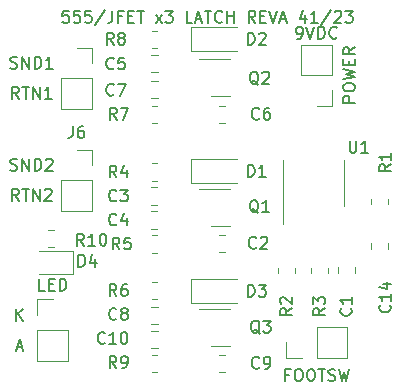
<source format=gbr>
%TF.GenerationSoftware,KiCad,Pcbnew,7.0.8-7.0.8~ubuntu22.04.1*%
%TF.CreationDate,2023-10-15T23:00:33+01:00*%
%TF.ProjectId,jfet-555-bypass,6a666574-2d35-4353-952d-627970617373,rev?*%
%TF.SameCoordinates,Original*%
%TF.FileFunction,Legend,Top*%
%TF.FilePolarity,Positive*%
%FSLAX46Y46*%
G04 Gerber Fmt 4.6, Leading zero omitted, Abs format (unit mm)*
G04 Created by KiCad (PCBNEW 7.0.8-7.0.8~ubuntu22.04.1) date 2023-10-15 23:00:33*
%MOMM*%
%LPD*%
G01*
G04 APERTURE LIST*
%ADD10C,0.200000*%
%ADD11C,0.150000*%
%ADD12C,0.120000*%
G04 APERTURE END LIST*
D10*
X131401863Y-23759219D02*
X130925673Y-23759219D01*
X130925673Y-23759219D02*
X130878054Y-24235409D01*
X130878054Y-24235409D02*
X130925673Y-24187790D01*
X130925673Y-24187790D02*
X131020911Y-24140171D01*
X131020911Y-24140171D02*
X131259006Y-24140171D01*
X131259006Y-24140171D02*
X131354244Y-24187790D01*
X131354244Y-24187790D02*
X131401863Y-24235409D01*
X131401863Y-24235409D02*
X131449482Y-24330647D01*
X131449482Y-24330647D02*
X131449482Y-24568742D01*
X131449482Y-24568742D02*
X131401863Y-24663980D01*
X131401863Y-24663980D02*
X131354244Y-24711600D01*
X131354244Y-24711600D02*
X131259006Y-24759219D01*
X131259006Y-24759219D02*
X131020911Y-24759219D01*
X131020911Y-24759219D02*
X130925673Y-24711600D01*
X130925673Y-24711600D02*
X130878054Y-24663980D01*
X132354244Y-23759219D02*
X131878054Y-23759219D01*
X131878054Y-23759219D02*
X131830435Y-24235409D01*
X131830435Y-24235409D02*
X131878054Y-24187790D01*
X131878054Y-24187790D02*
X131973292Y-24140171D01*
X131973292Y-24140171D02*
X132211387Y-24140171D01*
X132211387Y-24140171D02*
X132306625Y-24187790D01*
X132306625Y-24187790D02*
X132354244Y-24235409D01*
X132354244Y-24235409D02*
X132401863Y-24330647D01*
X132401863Y-24330647D02*
X132401863Y-24568742D01*
X132401863Y-24568742D02*
X132354244Y-24663980D01*
X132354244Y-24663980D02*
X132306625Y-24711600D01*
X132306625Y-24711600D02*
X132211387Y-24759219D01*
X132211387Y-24759219D02*
X131973292Y-24759219D01*
X131973292Y-24759219D02*
X131878054Y-24711600D01*
X131878054Y-24711600D02*
X131830435Y-24663980D01*
X133306625Y-23759219D02*
X132830435Y-23759219D01*
X132830435Y-23759219D02*
X132782816Y-24235409D01*
X132782816Y-24235409D02*
X132830435Y-24187790D01*
X132830435Y-24187790D02*
X132925673Y-24140171D01*
X132925673Y-24140171D02*
X133163768Y-24140171D01*
X133163768Y-24140171D02*
X133259006Y-24187790D01*
X133259006Y-24187790D02*
X133306625Y-24235409D01*
X133306625Y-24235409D02*
X133354244Y-24330647D01*
X133354244Y-24330647D02*
X133354244Y-24568742D01*
X133354244Y-24568742D02*
X133306625Y-24663980D01*
X133306625Y-24663980D02*
X133259006Y-24711600D01*
X133259006Y-24711600D02*
X133163768Y-24759219D01*
X133163768Y-24759219D02*
X132925673Y-24759219D01*
X132925673Y-24759219D02*
X132830435Y-24711600D01*
X132830435Y-24711600D02*
X132782816Y-24663980D01*
X134497101Y-23711600D02*
X133639959Y-24997314D01*
X135116149Y-23759219D02*
X135116149Y-24473504D01*
X135116149Y-24473504D02*
X135068530Y-24616361D01*
X135068530Y-24616361D02*
X134973292Y-24711600D01*
X134973292Y-24711600D02*
X134830435Y-24759219D01*
X134830435Y-24759219D02*
X134735197Y-24759219D01*
X135925673Y-24235409D02*
X135592340Y-24235409D01*
X135592340Y-24759219D02*
X135592340Y-23759219D01*
X135592340Y-23759219D02*
X136068530Y-23759219D01*
X136449483Y-24235409D02*
X136782816Y-24235409D01*
X136925673Y-24759219D02*
X136449483Y-24759219D01*
X136449483Y-24759219D02*
X136449483Y-23759219D01*
X136449483Y-23759219D02*
X136925673Y-23759219D01*
X137211388Y-23759219D02*
X137782816Y-23759219D01*
X137497102Y-24759219D02*
X137497102Y-23759219D01*
X138782817Y-24759219D02*
X139306626Y-24092552D01*
X138782817Y-24092552D02*
X139306626Y-24759219D01*
X139592341Y-23759219D02*
X140211388Y-23759219D01*
X140211388Y-23759219D02*
X139878055Y-24140171D01*
X139878055Y-24140171D02*
X140020912Y-24140171D01*
X140020912Y-24140171D02*
X140116150Y-24187790D01*
X140116150Y-24187790D02*
X140163769Y-24235409D01*
X140163769Y-24235409D02*
X140211388Y-24330647D01*
X140211388Y-24330647D02*
X140211388Y-24568742D01*
X140211388Y-24568742D02*
X140163769Y-24663980D01*
X140163769Y-24663980D02*
X140116150Y-24711600D01*
X140116150Y-24711600D02*
X140020912Y-24759219D01*
X140020912Y-24759219D02*
X139735198Y-24759219D01*
X139735198Y-24759219D02*
X139639960Y-24711600D01*
X139639960Y-24711600D02*
X139592341Y-24663980D01*
X141878055Y-24759219D02*
X141401865Y-24759219D01*
X141401865Y-24759219D02*
X141401865Y-23759219D01*
X142163770Y-24473504D02*
X142639960Y-24473504D01*
X142068532Y-24759219D02*
X142401865Y-23759219D01*
X142401865Y-23759219D02*
X142735198Y-24759219D01*
X142925675Y-23759219D02*
X143497103Y-23759219D01*
X143211389Y-24759219D02*
X143211389Y-23759219D01*
X144401865Y-24663980D02*
X144354246Y-24711600D01*
X144354246Y-24711600D02*
X144211389Y-24759219D01*
X144211389Y-24759219D02*
X144116151Y-24759219D01*
X144116151Y-24759219D02*
X143973294Y-24711600D01*
X143973294Y-24711600D02*
X143878056Y-24616361D01*
X143878056Y-24616361D02*
X143830437Y-24521123D01*
X143830437Y-24521123D02*
X143782818Y-24330647D01*
X143782818Y-24330647D02*
X143782818Y-24187790D01*
X143782818Y-24187790D02*
X143830437Y-23997314D01*
X143830437Y-23997314D02*
X143878056Y-23902076D01*
X143878056Y-23902076D02*
X143973294Y-23806838D01*
X143973294Y-23806838D02*
X144116151Y-23759219D01*
X144116151Y-23759219D02*
X144211389Y-23759219D01*
X144211389Y-23759219D02*
X144354246Y-23806838D01*
X144354246Y-23806838D02*
X144401865Y-23854457D01*
X144830437Y-24759219D02*
X144830437Y-23759219D01*
X144830437Y-24235409D02*
X145401865Y-24235409D01*
X145401865Y-24759219D02*
X145401865Y-23759219D01*
X147211389Y-24759219D02*
X146878056Y-24283028D01*
X146639961Y-24759219D02*
X146639961Y-23759219D01*
X146639961Y-23759219D02*
X147020913Y-23759219D01*
X147020913Y-23759219D02*
X147116151Y-23806838D01*
X147116151Y-23806838D02*
X147163770Y-23854457D01*
X147163770Y-23854457D02*
X147211389Y-23949695D01*
X147211389Y-23949695D02*
X147211389Y-24092552D01*
X147211389Y-24092552D02*
X147163770Y-24187790D01*
X147163770Y-24187790D02*
X147116151Y-24235409D01*
X147116151Y-24235409D02*
X147020913Y-24283028D01*
X147020913Y-24283028D02*
X146639961Y-24283028D01*
X147639961Y-24235409D02*
X147973294Y-24235409D01*
X148116151Y-24759219D02*
X147639961Y-24759219D01*
X147639961Y-24759219D02*
X147639961Y-23759219D01*
X147639961Y-23759219D02*
X148116151Y-23759219D01*
X148401866Y-23759219D02*
X148735199Y-24759219D01*
X148735199Y-24759219D02*
X149068532Y-23759219D01*
X149354247Y-24473504D02*
X149830437Y-24473504D01*
X149259009Y-24759219D02*
X149592342Y-23759219D01*
X149592342Y-23759219D02*
X149925675Y-24759219D01*
X151449485Y-24092552D02*
X151449485Y-24759219D01*
X151211390Y-23711600D02*
X150973295Y-24425885D01*
X150973295Y-24425885D02*
X151592342Y-24425885D01*
X152497104Y-24759219D02*
X151925676Y-24759219D01*
X152211390Y-24759219D02*
X152211390Y-23759219D01*
X152211390Y-23759219D02*
X152116152Y-23902076D01*
X152116152Y-23902076D02*
X152020914Y-23997314D01*
X152020914Y-23997314D02*
X151925676Y-24044933D01*
X153639961Y-23711600D02*
X152782819Y-24997314D01*
X153925676Y-23854457D02*
X153973295Y-23806838D01*
X153973295Y-23806838D02*
X154068533Y-23759219D01*
X154068533Y-23759219D02*
X154306628Y-23759219D01*
X154306628Y-23759219D02*
X154401866Y-23806838D01*
X154401866Y-23806838D02*
X154449485Y-23854457D01*
X154449485Y-23854457D02*
X154497104Y-23949695D01*
X154497104Y-23949695D02*
X154497104Y-24044933D01*
X154497104Y-24044933D02*
X154449485Y-24187790D01*
X154449485Y-24187790D02*
X153878057Y-24759219D01*
X153878057Y-24759219D02*
X154497104Y-24759219D01*
X154830438Y-23759219D02*
X155449485Y-23759219D01*
X155449485Y-23759219D02*
X155116152Y-24140171D01*
X155116152Y-24140171D02*
X155259009Y-24140171D01*
X155259009Y-24140171D02*
X155354247Y-24187790D01*
X155354247Y-24187790D02*
X155401866Y-24235409D01*
X155401866Y-24235409D02*
X155449485Y-24330647D01*
X155449485Y-24330647D02*
X155449485Y-24568742D01*
X155449485Y-24568742D02*
X155401866Y-24663980D01*
X155401866Y-24663980D02*
X155354247Y-24711600D01*
X155354247Y-24711600D02*
X155259009Y-24759219D01*
X155259009Y-24759219D02*
X154973295Y-24759219D01*
X154973295Y-24759219D02*
X154878057Y-24711600D01*
X154878057Y-24711600D02*
X154830438Y-24663980D01*
D11*
X131746666Y-33514819D02*
X131746666Y-34229104D01*
X131746666Y-34229104D02*
X131699047Y-34371961D01*
X131699047Y-34371961D02*
X131603809Y-34467200D01*
X131603809Y-34467200D02*
X131460952Y-34514819D01*
X131460952Y-34514819D02*
X131365714Y-34514819D01*
X132651428Y-33514819D02*
X132460952Y-33514819D01*
X132460952Y-33514819D02*
X132365714Y-33562438D01*
X132365714Y-33562438D02*
X132318095Y-33610057D01*
X132318095Y-33610057D02*
X132222857Y-33752914D01*
X132222857Y-33752914D02*
X132175238Y-33943390D01*
X132175238Y-33943390D02*
X132175238Y-34324342D01*
X132175238Y-34324342D02*
X132222857Y-34419580D01*
X132222857Y-34419580D02*
X132270476Y-34467200D01*
X132270476Y-34467200D02*
X132365714Y-34514819D01*
X132365714Y-34514819D02*
X132556190Y-34514819D01*
X132556190Y-34514819D02*
X132651428Y-34467200D01*
X132651428Y-34467200D02*
X132699047Y-34419580D01*
X132699047Y-34419580D02*
X132746666Y-34324342D01*
X132746666Y-34324342D02*
X132746666Y-34086247D01*
X132746666Y-34086247D02*
X132699047Y-33991009D01*
X132699047Y-33991009D02*
X132651428Y-33943390D01*
X132651428Y-33943390D02*
X132556190Y-33895771D01*
X132556190Y-33895771D02*
X132365714Y-33895771D01*
X132365714Y-33895771D02*
X132270476Y-33943390D01*
X132270476Y-33943390D02*
X132222857Y-33991009D01*
X132222857Y-33991009D02*
X132175238Y-34086247D01*
X126484286Y-37237200D02*
X126627143Y-37284819D01*
X126627143Y-37284819D02*
X126865238Y-37284819D01*
X126865238Y-37284819D02*
X126960476Y-37237200D01*
X126960476Y-37237200D02*
X127008095Y-37189580D01*
X127008095Y-37189580D02*
X127055714Y-37094342D01*
X127055714Y-37094342D02*
X127055714Y-36999104D01*
X127055714Y-36999104D02*
X127008095Y-36903866D01*
X127008095Y-36903866D02*
X126960476Y-36856247D01*
X126960476Y-36856247D02*
X126865238Y-36808628D01*
X126865238Y-36808628D02*
X126674762Y-36761009D01*
X126674762Y-36761009D02*
X126579524Y-36713390D01*
X126579524Y-36713390D02*
X126531905Y-36665771D01*
X126531905Y-36665771D02*
X126484286Y-36570533D01*
X126484286Y-36570533D02*
X126484286Y-36475295D01*
X126484286Y-36475295D02*
X126531905Y-36380057D01*
X126531905Y-36380057D02*
X126579524Y-36332438D01*
X126579524Y-36332438D02*
X126674762Y-36284819D01*
X126674762Y-36284819D02*
X126912857Y-36284819D01*
X126912857Y-36284819D02*
X127055714Y-36332438D01*
X127484286Y-37284819D02*
X127484286Y-36284819D01*
X127484286Y-36284819D02*
X128055714Y-37284819D01*
X128055714Y-37284819D02*
X128055714Y-36284819D01*
X128531905Y-37284819D02*
X128531905Y-36284819D01*
X128531905Y-36284819D02*
X128770000Y-36284819D01*
X128770000Y-36284819D02*
X128912857Y-36332438D01*
X128912857Y-36332438D02*
X129008095Y-36427676D01*
X129008095Y-36427676D02*
X129055714Y-36522914D01*
X129055714Y-36522914D02*
X129103333Y-36713390D01*
X129103333Y-36713390D02*
X129103333Y-36856247D01*
X129103333Y-36856247D02*
X129055714Y-37046723D01*
X129055714Y-37046723D02*
X129008095Y-37141961D01*
X129008095Y-37141961D02*
X128912857Y-37237200D01*
X128912857Y-37237200D02*
X128770000Y-37284819D01*
X128770000Y-37284819D02*
X128531905Y-37284819D01*
X129484286Y-36380057D02*
X129531905Y-36332438D01*
X129531905Y-36332438D02*
X129627143Y-36284819D01*
X129627143Y-36284819D02*
X129865238Y-36284819D01*
X129865238Y-36284819D02*
X129960476Y-36332438D01*
X129960476Y-36332438D02*
X130008095Y-36380057D01*
X130008095Y-36380057D02*
X130055714Y-36475295D01*
X130055714Y-36475295D02*
X130055714Y-36570533D01*
X130055714Y-36570533D02*
X130008095Y-36713390D01*
X130008095Y-36713390D02*
X129436667Y-37284819D01*
X129436667Y-37284819D02*
X130055714Y-37284819D01*
X127198571Y-39824819D02*
X126865238Y-39348628D01*
X126627143Y-39824819D02*
X126627143Y-38824819D01*
X126627143Y-38824819D02*
X127008095Y-38824819D01*
X127008095Y-38824819D02*
X127103333Y-38872438D01*
X127103333Y-38872438D02*
X127150952Y-38920057D01*
X127150952Y-38920057D02*
X127198571Y-39015295D01*
X127198571Y-39015295D02*
X127198571Y-39158152D01*
X127198571Y-39158152D02*
X127150952Y-39253390D01*
X127150952Y-39253390D02*
X127103333Y-39301009D01*
X127103333Y-39301009D02*
X127008095Y-39348628D01*
X127008095Y-39348628D02*
X126627143Y-39348628D01*
X127484286Y-38824819D02*
X128055714Y-38824819D01*
X127770000Y-39824819D02*
X127770000Y-38824819D01*
X128389048Y-39824819D02*
X128389048Y-38824819D01*
X128389048Y-38824819D02*
X128960476Y-39824819D01*
X128960476Y-39824819D02*
X128960476Y-38824819D01*
X129389048Y-38920057D02*
X129436667Y-38872438D01*
X129436667Y-38872438D02*
X129531905Y-38824819D01*
X129531905Y-38824819D02*
X129770000Y-38824819D01*
X129770000Y-38824819D02*
X129865238Y-38872438D01*
X129865238Y-38872438D02*
X129912857Y-38920057D01*
X129912857Y-38920057D02*
X129960476Y-39015295D01*
X129960476Y-39015295D02*
X129960476Y-39110533D01*
X129960476Y-39110533D02*
X129912857Y-39253390D01*
X129912857Y-39253390D02*
X129341429Y-39824819D01*
X129341429Y-39824819D02*
X129960476Y-39824819D01*
X126484286Y-28601200D02*
X126627143Y-28648819D01*
X126627143Y-28648819D02*
X126865238Y-28648819D01*
X126865238Y-28648819D02*
X126960476Y-28601200D01*
X126960476Y-28601200D02*
X127008095Y-28553580D01*
X127008095Y-28553580D02*
X127055714Y-28458342D01*
X127055714Y-28458342D02*
X127055714Y-28363104D01*
X127055714Y-28363104D02*
X127008095Y-28267866D01*
X127008095Y-28267866D02*
X126960476Y-28220247D01*
X126960476Y-28220247D02*
X126865238Y-28172628D01*
X126865238Y-28172628D02*
X126674762Y-28125009D01*
X126674762Y-28125009D02*
X126579524Y-28077390D01*
X126579524Y-28077390D02*
X126531905Y-28029771D01*
X126531905Y-28029771D02*
X126484286Y-27934533D01*
X126484286Y-27934533D02*
X126484286Y-27839295D01*
X126484286Y-27839295D02*
X126531905Y-27744057D01*
X126531905Y-27744057D02*
X126579524Y-27696438D01*
X126579524Y-27696438D02*
X126674762Y-27648819D01*
X126674762Y-27648819D02*
X126912857Y-27648819D01*
X126912857Y-27648819D02*
X127055714Y-27696438D01*
X127484286Y-28648819D02*
X127484286Y-27648819D01*
X127484286Y-27648819D02*
X128055714Y-28648819D01*
X128055714Y-28648819D02*
X128055714Y-27648819D01*
X128531905Y-28648819D02*
X128531905Y-27648819D01*
X128531905Y-27648819D02*
X128770000Y-27648819D01*
X128770000Y-27648819D02*
X128912857Y-27696438D01*
X128912857Y-27696438D02*
X129008095Y-27791676D01*
X129008095Y-27791676D02*
X129055714Y-27886914D01*
X129055714Y-27886914D02*
X129103333Y-28077390D01*
X129103333Y-28077390D02*
X129103333Y-28220247D01*
X129103333Y-28220247D02*
X129055714Y-28410723D01*
X129055714Y-28410723D02*
X129008095Y-28505961D01*
X129008095Y-28505961D02*
X128912857Y-28601200D01*
X128912857Y-28601200D02*
X128770000Y-28648819D01*
X128770000Y-28648819D02*
X128531905Y-28648819D01*
X130055714Y-28648819D02*
X129484286Y-28648819D01*
X129770000Y-28648819D02*
X129770000Y-27648819D01*
X129770000Y-27648819D02*
X129674762Y-27791676D01*
X129674762Y-27791676D02*
X129579524Y-27886914D01*
X129579524Y-27886914D02*
X129484286Y-27934533D01*
X127198571Y-31188819D02*
X126865238Y-30712628D01*
X126627143Y-31188819D02*
X126627143Y-30188819D01*
X126627143Y-30188819D02*
X127008095Y-30188819D01*
X127008095Y-30188819D02*
X127103333Y-30236438D01*
X127103333Y-30236438D02*
X127150952Y-30284057D01*
X127150952Y-30284057D02*
X127198571Y-30379295D01*
X127198571Y-30379295D02*
X127198571Y-30522152D01*
X127198571Y-30522152D02*
X127150952Y-30617390D01*
X127150952Y-30617390D02*
X127103333Y-30665009D01*
X127103333Y-30665009D02*
X127008095Y-30712628D01*
X127008095Y-30712628D02*
X126627143Y-30712628D01*
X127484286Y-30188819D02*
X128055714Y-30188819D01*
X127770000Y-31188819D02*
X127770000Y-30188819D01*
X128389048Y-31188819D02*
X128389048Y-30188819D01*
X128389048Y-30188819D02*
X128960476Y-31188819D01*
X128960476Y-31188819D02*
X128960476Y-30188819D01*
X129960476Y-31188819D02*
X129389048Y-31188819D01*
X129674762Y-31188819D02*
X129674762Y-30188819D01*
X129674762Y-30188819D02*
X129579524Y-30331676D01*
X129579524Y-30331676D02*
X129484286Y-30426914D01*
X129484286Y-30426914D02*
X129389048Y-30474533D01*
X155194095Y-34760819D02*
X155194095Y-35570342D01*
X155194095Y-35570342D02*
X155241714Y-35665580D01*
X155241714Y-35665580D02*
X155289333Y-35713200D01*
X155289333Y-35713200D02*
X155384571Y-35760819D01*
X155384571Y-35760819D02*
X155575047Y-35760819D01*
X155575047Y-35760819D02*
X155670285Y-35713200D01*
X155670285Y-35713200D02*
X155717904Y-35665580D01*
X155717904Y-35665580D02*
X155765523Y-35570342D01*
X155765523Y-35570342D02*
X155765523Y-34760819D01*
X156765523Y-35760819D02*
X156194095Y-35760819D01*
X156479809Y-35760819D02*
X156479809Y-34760819D01*
X156479809Y-34760819D02*
X156384571Y-34903676D01*
X156384571Y-34903676D02*
X156289333Y-34998914D01*
X156289333Y-34998914D02*
X156194095Y-35046533D01*
X135458833Y-49823580D02*
X135411214Y-49871200D01*
X135411214Y-49871200D02*
X135268357Y-49918819D01*
X135268357Y-49918819D02*
X135173119Y-49918819D01*
X135173119Y-49918819D02*
X135030262Y-49871200D01*
X135030262Y-49871200D02*
X134935024Y-49775961D01*
X134935024Y-49775961D02*
X134887405Y-49680723D01*
X134887405Y-49680723D02*
X134839786Y-49490247D01*
X134839786Y-49490247D02*
X134839786Y-49347390D01*
X134839786Y-49347390D02*
X134887405Y-49156914D01*
X134887405Y-49156914D02*
X134935024Y-49061676D01*
X134935024Y-49061676D02*
X135030262Y-48966438D01*
X135030262Y-48966438D02*
X135173119Y-48918819D01*
X135173119Y-48918819D02*
X135268357Y-48918819D01*
X135268357Y-48918819D02*
X135411214Y-48966438D01*
X135411214Y-48966438D02*
X135458833Y-49014057D01*
X136030262Y-49347390D02*
X135935024Y-49299771D01*
X135935024Y-49299771D02*
X135887405Y-49252152D01*
X135887405Y-49252152D02*
X135839786Y-49156914D01*
X135839786Y-49156914D02*
X135839786Y-49109295D01*
X135839786Y-49109295D02*
X135887405Y-49014057D01*
X135887405Y-49014057D02*
X135935024Y-48966438D01*
X135935024Y-48966438D02*
X136030262Y-48918819D01*
X136030262Y-48918819D02*
X136220738Y-48918819D01*
X136220738Y-48918819D02*
X136315976Y-48966438D01*
X136315976Y-48966438D02*
X136363595Y-49014057D01*
X136363595Y-49014057D02*
X136411214Y-49109295D01*
X136411214Y-49109295D02*
X136411214Y-49156914D01*
X136411214Y-49156914D02*
X136363595Y-49252152D01*
X136363595Y-49252152D02*
X136315976Y-49299771D01*
X136315976Y-49299771D02*
X136220738Y-49347390D01*
X136220738Y-49347390D02*
X136030262Y-49347390D01*
X136030262Y-49347390D02*
X135935024Y-49395009D01*
X135935024Y-49395009D02*
X135887405Y-49442628D01*
X135887405Y-49442628D02*
X135839786Y-49537866D01*
X135839786Y-49537866D02*
X135839786Y-49728342D01*
X135839786Y-49728342D02*
X135887405Y-49823580D01*
X135887405Y-49823580D02*
X135935024Y-49871200D01*
X135935024Y-49871200D02*
X136030262Y-49918819D01*
X136030262Y-49918819D02*
X136220738Y-49918819D01*
X136220738Y-49918819D02*
X136315976Y-49871200D01*
X136315976Y-49871200D02*
X136363595Y-49823580D01*
X136363595Y-49823580D02*
X136411214Y-49728342D01*
X136411214Y-49728342D02*
X136411214Y-49537866D01*
X136411214Y-49537866D02*
X136363595Y-49442628D01*
X136363595Y-49442628D02*
X136315976Y-49395009D01*
X136315976Y-49395009D02*
X136220738Y-49347390D01*
X129405142Y-47444819D02*
X128928952Y-47444819D01*
X128928952Y-47444819D02*
X128928952Y-46444819D01*
X129738476Y-46921009D02*
X130071809Y-46921009D01*
X130214666Y-47444819D02*
X129738476Y-47444819D01*
X129738476Y-47444819D02*
X129738476Y-46444819D01*
X129738476Y-46444819D02*
X130214666Y-46444819D01*
X130643238Y-47444819D02*
X130643238Y-46444819D01*
X130643238Y-46444819D02*
X130881333Y-46444819D01*
X130881333Y-46444819D02*
X131024190Y-46492438D01*
X131024190Y-46492438D02*
X131119428Y-46587676D01*
X131119428Y-46587676D02*
X131167047Y-46682914D01*
X131167047Y-46682914D02*
X131214666Y-46873390D01*
X131214666Y-46873390D02*
X131214666Y-47016247D01*
X131214666Y-47016247D02*
X131167047Y-47206723D01*
X131167047Y-47206723D02*
X131119428Y-47301961D01*
X131119428Y-47301961D02*
X131024190Y-47397200D01*
X131024190Y-47397200D02*
X130881333Y-47444819D01*
X130881333Y-47444819D02*
X130643238Y-47444819D01*
X126992095Y-49979819D02*
X126992095Y-48979819D01*
X127563523Y-49979819D02*
X127134952Y-49408390D01*
X127563523Y-48979819D02*
X126992095Y-49551247D01*
X127015905Y-52239104D02*
X127492095Y-52239104D01*
X126920667Y-52524819D02*
X127254000Y-51524819D01*
X127254000Y-51524819D02*
X127587333Y-52524819D01*
X150071666Y-54557009D02*
X149738333Y-54557009D01*
X149738333Y-55080819D02*
X149738333Y-54080819D01*
X149738333Y-54080819D02*
X150214523Y-54080819D01*
X150785952Y-54080819D02*
X150976428Y-54080819D01*
X150976428Y-54080819D02*
X151071666Y-54128438D01*
X151071666Y-54128438D02*
X151166904Y-54223676D01*
X151166904Y-54223676D02*
X151214523Y-54414152D01*
X151214523Y-54414152D02*
X151214523Y-54747485D01*
X151214523Y-54747485D02*
X151166904Y-54937961D01*
X151166904Y-54937961D02*
X151071666Y-55033200D01*
X151071666Y-55033200D02*
X150976428Y-55080819D01*
X150976428Y-55080819D02*
X150785952Y-55080819D01*
X150785952Y-55080819D02*
X150690714Y-55033200D01*
X150690714Y-55033200D02*
X150595476Y-54937961D01*
X150595476Y-54937961D02*
X150547857Y-54747485D01*
X150547857Y-54747485D02*
X150547857Y-54414152D01*
X150547857Y-54414152D02*
X150595476Y-54223676D01*
X150595476Y-54223676D02*
X150690714Y-54128438D01*
X150690714Y-54128438D02*
X150785952Y-54080819D01*
X151833571Y-54080819D02*
X152024047Y-54080819D01*
X152024047Y-54080819D02*
X152119285Y-54128438D01*
X152119285Y-54128438D02*
X152214523Y-54223676D01*
X152214523Y-54223676D02*
X152262142Y-54414152D01*
X152262142Y-54414152D02*
X152262142Y-54747485D01*
X152262142Y-54747485D02*
X152214523Y-54937961D01*
X152214523Y-54937961D02*
X152119285Y-55033200D01*
X152119285Y-55033200D02*
X152024047Y-55080819D01*
X152024047Y-55080819D02*
X151833571Y-55080819D01*
X151833571Y-55080819D02*
X151738333Y-55033200D01*
X151738333Y-55033200D02*
X151643095Y-54937961D01*
X151643095Y-54937961D02*
X151595476Y-54747485D01*
X151595476Y-54747485D02*
X151595476Y-54414152D01*
X151595476Y-54414152D02*
X151643095Y-54223676D01*
X151643095Y-54223676D02*
X151738333Y-54128438D01*
X151738333Y-54128438D02*
X151833571Y-54080819D01*
X152547857Y-54080819D02*
X153119285Y-54080819D01*
X152833571Y-55080819D02*
X152833571Y-54080819D01*
X153405000Y-55033200D02*
X153547857Y-55080819D01*
X153547857Y-55080819D02*
X153785952Y-55080819D01*
X153785952Y-55080819D02*
X153881190Y-55033200D01*
X153881190Y-55033200D02*
X153928809Y-54985580D01*
X153928809Y-54985580D02*
X153976428Y-54890342D01*
X153976428Y-54890342D02*
X153976428Y-54795104D01*
X153976428Y-54795104D02*
X153928809Y-54699866D01*
X153928809Y-54699866D02*
X153881190Y-54652247D01*
X153881190Y-54652247D02*
X153785952Y-54604628D01*
X153785952Y-54604628D02*
X153595476Y-54557009D01*
X153595476Y-54557009D02*
X153500238Y-54509390D01*
X153500238Y-54509390D02*
X153452619Y-54461771D01*
X153452619Y-54461771D02*
X153405000Y-54366533D01*
X153405000Y-54366533D02*
X153405000Y-54271295D01*
X153405000Y-54271295D02*
X153452619Y-54176057D01*
X153452619Y-54176057D02*
X153500238Y-54128438D01*
X153500238Y-54128438D02*
X153595476Y-54080819D01*
X153595476Y-54080819D02*
X153833571Y-54080819D01*
X153833571Y-54080819D02*
X153976428Y-54128438D01*
X154309762Y-54080819D02*
X154547857Y-55080819D01*
X154547857Y-55080819D02*
X154738333Y-54366533D01*
X154738333Y-54366533D02*
X154928809Y-55080819D01*
X154928809Y-55080819D02*
X155166905Y-54080819D01*
X147534333Y-53953580D02*
X147486714Y-54001200D01*
X147486714Y-54001200D02*
X147343857Y-54048819D01*
X147343857Y-54048819D02*
X147248619Y-54048819D01*
X147248619Y-54048819D02*
X147105762Y-54001200D01*
X147105762Y-54001200D02*
X147010524Y-53905961D01*
X147010524Y-53905961D02*
X146962905Y-53810723D01*
X146962905Y-53810723D02*
X146915286Y-53620247D01*
X146915286Y-53620247D02*
X146915286Y-53477390D01*
X146915286Y-53477390D02*
X146962905Y-53286914D01*
X146962905Y-53286914D02*
X147010524Y-53191676D01*
X147010524Y-53191676D02*
X147105762Y-53096438D01*
X147105762Y-53096438D02*
X147248619Y-53048819D01*
X147248619Y-53048819D02*
X147343857Y-53048819D01*
X147343857Y-53048819D02*
X147486714Y-53096438D01*
X147486714Y-53096438D02*
X147534333Y-53144057D01*
X148010524Y-54048819D02*
X148201000Y-54048819D01*
X148201000Y-54048819D02*
X148296238Y-54001200D01*
X148296238Y-54001200D02*
X148343857Y-53953580D01*
X148343857Y-53953580D02*
X148439095Y-53810723D01*
X148439095Y-53810723D02*
X148486714Y-53620247D01*
X148486714Y-53620247D02*
X148486714Y-53239295D01*
X148486714Y-53239295D02*
X148439095Y-53144057D01*
X148439095Y-53144057D02*
X148391476Y-53096438D01*
X148391476Y-53096438D02*
X148296238Y-53048819D01*
X148296238Y-53048819D02*
X148105762Y-53048819D01*
X148105762Y-53048819D02*
X148010524Y-53096438D01*
X148010524Y-53096438D02*
X147962905Y-53144057D01*
X147962905Y-53144057D02*
X147915286Y-53239295D01*
X147915286Y-53239295D02*
X147915286Y-53477390D01*
X147915286Y-53477390D02*
X147962905Y-53572628D01*
X147962905Y-53572628D02*
X148010524Y-53620247D01*
X148010524Y-53620247D02*
X148105762Y-53667866D01*
X148105762Y-53667866D02*
X148296238Y-53667866D01*
X148296238Y-53667866D02*
X148391476Y-53620247D01*
X148391476Y-53620247D02*
X148439095Y-53572628D01*
X148439095Y-53572628D02*
X148486714Y-53477390D01*
X147534333Y-32871580D02*
X147486714Y-32919200D01*
X147486714Y-32919200D02*
X147343857Y-32966819D01*
X147343857Y-32966819D02*
X147248619Y-32966819D01*
X147248619Y-32966819D02*
X147105762Y-32919200D01*
X147105762Y-32919200D02*
X147010524Y-32823961D01*
X147010524Y-32823961D02*
X146962905Y-32728723D01*
X146962905Y-32728723D02*
X146915286Y-32538247D01*
X146915286Y-32538247D02*
X146915286Y-32395390D01*
X146915286Y-32395390D02*
X146962905Y-32204914D01*
X146962905Y-32204914D02*
X147010524Y-32109676D01*
X147010524Y-32109676D02*
X147105762Y-32014438D01*
X147105762Y-32014438D02*
X147248619Y-31966819D01*
X147248619Y-31966819D02*
X147343857Y-31966819D01*
X147343857Y-31966819D02*
X147486714Y-32014438D01*
X147486714Y-32014438D02*
X147534333Y-32062057D01*
X148391476Y-31966819D02*
X148201000Y-31966819D01*
X148201000Y-31966819D02*
X148105762Y-32014438D01*
X148105762Y-32014438D02*
X148058143Y-32062057D01*
X148058143Y-32062057D02*
X147962905Y-32204914D01*
X147962905Y-32204914D02*
X147915286Y-32395390D01*
X147915286Y-32395390D02*
X147915286Y-32776342D01*
X147915286Y-32776342D02*
X147962905Y-32871580D01*
X147962905Y-32871580D02*
X148010524Y-32919200D01*
X148010524Y-32919200D02*
X148105762Y-32966819D01*
X148105762Y-32966819D02*
X148296238Y-32966819D01*
X148296238Y-32966819D02*
X148391476Y-32919200D01*
X148391476Y-32919200D02*
X148439095Y-32871580D01*
X148439095Y-32871580D02*
X148486714Y-32776342D01*
X148486714Y-32776342D02*
X148486714Y-32538247D01*
X148486714Y-32538247D02*
X148439095Y-32443009D01*
X148439095Y-32443009D02*
X148391476Y-32395390D01*
X148391476Y-32395390D02*
X148296238Y-32347771D01*
X148296238Y-32347771D02*
X148105762Y-32347771D01*
X148105762Y-32347771D02*
X148010524Y-32395390D01*
X148010524Y-32395390D02*
X147962905Y-32443009D01*
X147962905Y-32443009D02*
X147915286Y-32538247D01*
X158601580Y-48669857D02*
X158649200Y-48717476D01*
X158649200Y-48717476D02*
X158696819Y-48860333D01*
X158696819Y-48860333D02*
X158696819Y-48955571D01*
X158696819Y-48955571D02*
X158649200Y-49098428D01*
X158649200Y-49098428D02*
X158553961Y-49193666D01*
X158553961Y-49193666D02*
X158458723Y-49241285D01*
X158458723Y-49241285D02*
X158268247Y-49288904D01*
X158268247Y-49288904D02*
X158125390Y-49288904D01*
X158125390Y-49288904D02*
X157934914Y-49241285D01*
X157934914Y-49241285D02*
X157839676Y-49193666D01*
X157839676Y-49193666D02*
X157744438Y-49098428D01*
X157744438Y-49098428D02*
X157696819Y-48955571D01*
X157696819Y-48955571D02*
X157696819Y-48860333D01*
X157696819Y-48860333D02*
X157744438Y-48717476D01*
X157744438Y-48717476D02*
X157792057Y-48669857D01*
X158696819Y-47717476D02*
X158696819Y-48288904D01*
X158696819Y-48003190D02*
X157696819Y-48003190D01*
X157696819Y-48003190D02*
X157839676Y-48098428D01*
X157839676Y-48098428D02*
X157934914Y-48193666D01*
X157934914Y-48193666D02*
X157982533Y-48288904D01*
X158030152Y-46860333D02*
X158696819Y-46860333D01*
X157649200Y-47098428D02*
X158363485Y-47336523D01*
X158363485Y-47336523D02*
X158363485Y-46717476D01*
X158696819Y-36763666D02*
X158220628Y-37096999D01*
X158696819Y-37335094D02*
X157696819Y-37335094D01*
X157696819Y-37335094D02*
X157696819Y-36954142D01*
X157696819Y-36954142D02*
X157744438Y-36858904D01*
X157744438Y-36858904D02*
X157792057Y-36811285D01*
X157792057Y-36811285D02*
X157887295Y-36763666D01*
X157887295Y-36763666D02*
X158030152Y-36763666D01*
X158030152Y-36763666D02*
X158125390Y-36811285D01*
X158125390Y-36811285D02*
X158173009Y-36858904D01*
X158173009Y-36858904D02*
X158220628Y-36954142D01*
X158220628Y-36954142D02*
X158220628Y-37335094D01*
X158696819Y-35811285D02*
X158696819Y-36382713D01*
X158696819Y-36096999D02*
X157696819Y-36096999D01*
X157696819Y-36096999D02*
X157839676Y-36192237D01*
X157839676Y-36192237D02*
X157934914Y-36287475D01*
X157934914Y-36287475D02*
X157982533Y-36382713D01*
X147484261Y-30014057D02*
X147389023Y-29966438D01*
X147389023Y-29966438D02*
X147293785Y-29871200D01*
X147293785Y-29871200D02*
X147150928Y-29728342D01*
X147150928Y-29728342D02*
X147055690Y-29680723D01*
X147055690Y-29680723D02*
X146960452Y-29680723D01*
X147008071Y-29918819D02*
X146912833Y-29871200D01*
X146912833Y-29871200D02*
X146817595Y-29775961D01*
X146817595Y-29775961D02*
X146769976Y-29585485D01*
X146769976Y-29585485D02*
X146769976Y-29252152D01*
X146769976Y-29252152D02*
X146817595Y-29061676D01*
X146817595Y-29061676D02*
X146912833Y-28966438D01*
X146912833Y-28966438D02*
X147008071Y-28918819D01*
X147008071Y-28918819D02*
X147198547Y-28918819D01*
X147198547Y-28918819D02*
X147293785Y-28966438D01*
X147293785Y-28966438D02*
X147389023Y-29061676D01*
X147389023Y-29061676D02*
X147436642Y-29252152D01*
X147436642Y-29252152D02*
X147436642Y-29585485D01*
X147436642Y-29585485D02*
X147389023Y-29775961D01*
X147389023Y-29775961D02*
X147293785Y-29871200D01*
X147293785Y-29871200D02*
X147198547Y-29918819D01*
X147198547Y-29918819D02*
X147008071Y-29918819D01*
X147817595Y-29014057D02*
X147865214Y-28966438D01*
X147865214Y-28966438D02*
X147960452Y-28918819D01*
X147960452Y-28918819D02*
X148198547Y-28918819D01*
X148198547Y-28918819D02*
X148293785Y-28966438D01*
X148293785Y-28966438D02*
X148341404Y-29014057D01*
X148341404Y-29014057D02*
X148389023Y-29109295D01*
X148389023Y-29109295D02*
X148389023Y-29204533D01*
X148389023Y-29204533D02*
X148341404Y-29347390D01*
X148341404Y-29347390D02*
X147769976Y-29918819D01*
X147769976Y-29918819D02*
X148389023Y-29918819D01*
X135458333Y-39795580D02*
X135410714Y-39843200D01*
X135410714Y-39843200D02*
X135267857Y-39890819D01*
X135267857Y-39890819D02*
X135172619Y-39890819D01*
X135172619Y-39890819D02*
X135029762Y-39843200D01*
X135029762Y-39843200D02*
X134934524Y-39747961D01*
X134934524Y-39747961D02*
X134886905Y-39652723D01*
X134886905Y-39652723D02*
X134839286Y-39462247D01*
X134839286Y-39462247D02*
X134839286Y-39319390D01*
X134839286Y-39319390D02*
X134886905Y-39128914D01*
X134886905Y-39128914D02*
X134934524Y-39033676D01*
X134934524Y-39033676D02*
X135029762Y-38938438D01*
X135029762Y-38938438D02*
X135172619Y-38890819D01*
X135172619Y-38890819D02*
X135267857Y-38890819D01*
X135267857Y-38890819D02*
X135410714Y-38938438D01*
X135410714Y-38938438D02*
X135458333Y-38986057D01*
X135791667Y-38890819D02*
X136410714Y-38890819D01*
X136410714Y-38890819D02*
X136077381Y-39271771D01*
X136077381Y-39271771D02*
X136220238Y-39271771D01*
X136220238Y-39271771D02*
X136315476Y-39319390D01*
X136315476Y-39319390D02*
X136363095Y-39367009D01*
X136363095Y-39367009D02*
X136410714Y-39462247D01*
X136410714Y-39462247D02*
X136410714Y-39700342D01*
X136410714Y-39700342D02*
X136363095Y-39795580D01*
X136363095Y-39795580D02*
X136315476Y-39843200D01*
X136315476Y-39843200D02*
X136220238Y-39890819D01*
X136220238Y-39890819D02*
X135934524Y-39890819D01*
X135934524Y-39890819D02*
X135839286Y-39843200D01*
X135839286Y-39843200D02*
X135791667Y-39795580D01*
X146581905Y-26616819D02*
X146581905Y-25616819D01*
X146581905Y-25616819D02*
X146820000Y-25616819D01*
X146820000Y-25616819D02*
X146962857Y-25664438D01*
X146962857Y-25664438D02*
X147058095Y-25759676D01*
X147058095Y-25759676D02*
X147105714Y-25854914D01*
X147105714Y-25854914D02*
X147153333Y-26045390D01*
X147153333Y-26045390D02*
X147153333Y-26188247D01*
X147153333Y-26188247D02*
X147105714Y-26378723D01*
X147105714Y-26378723D02*
X147058095Y-26473961D01*
X147058095Y-26473961D02*
X146962857Y-26569200D01*
X146962857Y-26569200D02*
X146820000Y-26616819D01*
X146820000Y-26616819D02*
X146581905Y-26616819D01*
X147534286Y-25712057D02*
X147581905Y-25664438D01*
X147581905Y-25664438D02*
X147677143Y-25616819D01*
X147677143Y-25616819D02*
X147915238Y-25616819D01*
X147915238Y-25616819D02*
X148010476Y-25664438D01*
X148010476Y-25664438D02*
X148058095Y-25712057D01*
X148058095Y-25712057D02*
X148105714Y-25807295D01*
X148105714Y-25807295D02*
X148105714Y-25902533D01*
X148105714Y-25902533D02*
X148058095Y-26045390D01*
X148058095Y-26045390D02*
X147486667Y-26616819D01*
X147486667Y-26616819D02*
X148105714Y-26616819D01*
X135226333Y-30839580D02*
X135178714Y-30887200D01*
X135178714Y-30887200D02*
X135035857Y-30934819D01*
X135035857Y-30934819D02*
X134940619Y-30934819D01*
X134940619Y-30934819D02*
X134797762Y-30887200D01*
X134797762Y-30887200D02*
X134702524Y-30791961D01*
X134702524Y-30791961D02*
X134654905Y-30696723D01*
X134654905Y-30696723D02*
X134607286Y-30506247D01*
X134607286Y-30506247D02*
X134607286Y-30363390D01*
X134607286Y-30363390D02*
X134654905Y-30172914D01*
X134654905Y-30172914D02*
X134702524Y-30077676D01*
X134702524Y-30077676D02*
X134797762Y-29982438D01*
X134797762Y-29982438D02*
X134940619Y-29934819D01*
X134940619Y-29934819D02*
X135035857Y-29934819D01*
X135035857Y-29934819D02*
X135178714Y-29982438D01*
X135178714Y-29982438D02*
X135226333Y-30030057D01*
X135559667Y-29934819D02*
X136226333Y-29934819D01*
X136226333Y-29934819D02*
X135797762Y-30934819D01*
X135458333Y-41827580D02*
X135410714Y-41875200D01*
X135410714Y-41875200D02*
X135267857Y-41922819D01*
X135267857Y-41922819D02*
X135172619Y-41922819D01*
X135172619Y-41922819D02*
X135029762Y-41875200D01*
X135029762Y-41875200D02*
X134934524Y-41779961D01*
X134934524Y-41779961D02*
X134886905Y-41684723D01*
X134886905Y-41684723D02*
X134839286Y-41494247D01*
X134839286Y-41494247D02*
X134839286Y-41351390D01*
X134839286Y-41351390D02*
X134886905Y-41160914D01*
X134886905Y-41160914D02*
X134934524Y-41065676D01*
X134934524Y-41065676D02*
X135029762Y-40970438D01*
X135029762Y-40970438D02*
X135172619Y-40922819D01*
X135172619Y-40922819D02*
X135267857Y-40922819D01*
X135267857Y-40922819D02*
X135410714Y-40970438D01*
X135410714Y-40970438D02*
X135458333Y-41018057D01*
X136315476Y-41256152D02*
X136315476Y-41922819D01*
X136077381Y-40875200D02*
X135839286Y-41589485D01*
X135839286Y-41589485D02*
X136458333Y-41589485D01*
X135215333Y-26616819D02*
X134882000Y-26140628D01*
X134643905Y-26616819D02*
X134643905Y-25616819D01*
X134643905Y-25616819D02*
X135024857Y-25616819D01*
X135024857Y-25616819D02*
X135120095Y-25664438D01*
X135120095Y-25664438D02*
X135167714Y-25712057D01*
X135167714Y-25712057D02*
X135215333Y-25807295D01*
X135215333Y-25807295D02*
X135215333Y-25950152D01*
X135215333Y-25950152D02*
X135167714Y-26045390D01*
X135167714Y-26045390D02*
X135120095Y-26093009D01*
X135120095Y-26093009D02*
X135024857Y-26140628D01*
X135024857Y-26140628D02*
X134643905Y-26140628D01*
X135786762Y-26045390D02*
X135691524Y-25997771D01*
X135691524Y-25997771D02*
X135643905Y-25950152D01*
X135643905Y-25950152D02*
X135596286Y-25854914D01*
X135596286Y-25854914D02*
X135596286Y-25807295D01*
X135596286Y-25807295D02*
X135643905Y-25712057D01*
X135643905Y-25712057D02*
X135691524Y-25664438D01*
X135691524Y-25664438D02*
X135786762Y-25616819D01*
X135786762Y-25616819D02*
X135977238Y-25616819D01*
X135977238Y-25616819D02*
X136072476Y-25664438D01*
X136072476Y-25664438D02*
X136120095Y-25712057D01*
X136120095Y-25712057D02*
X136167714Y-25807295D01*
X136167714Y-25807295D02*
X136167714Y-25854914D01*
X136167714Y-25854914D02*
X136120095Y-25950152D01*
X136120095Y-25950152D02*
X136072476Y-25997771D01*
X136072476Y-25997771D02*
X135977238Y-26045390D01*
X135977238Y-26045390D02*
X135786762Y-26045390D01*
X135786762Y-26045390D02*
X135691524Y-26093009D01*
X135691524Y-26093009D02*
X135643905Y-26140628D01*
X135643905Y-26140628D02*
X135596286Y-26235866D01*
X135596286Y-26235866D02*
X135596286Y-26426342D01*
X135596286Y-26426342D02*
X135643905Y-26521580D01*
X135643905Y-26521580D02*
X135691524Y-26569200D01*
X135691524Y-26569200D02*
X135786762Y-26616819D01*
X135786762Y-26616819D02*
X135977238Y-26616819D01*
X135977238Y-26616819D02*
X136072476Y-26569200D01*
X136072476Y-26569200D02*
X136120095Y-26521580D01*
X136120095Y-26521580D02*
X136167714Y-26426342D01*
X136167714Y-26426342D02*
X136167714Y-26235866D01*
X136167714Y-26235866D02*
X136120095Y-26140628D01*
X136120095Y-26140628D02*
X136072476Y-26093009D01*
X136072476Y-26093009D02*
X135977238Y-26045390D01*
X147600261Y-51096057D02*
X147505023Y-51048438D01*
X147505023Y-51048438D02*
X147409785Y-50953200D01*
X147409785Y-50953200D02*
X147266928Y-50810342D01*
X147266928Y-50810342D02*
X147171690Y-50762723D01*
X147171690Y-50762723D02*
X147076452Y-50762723D01*
X147124071Y-51000819D02*
X147028833Y-50953200D01*
X147028833Y-50953200D02*
X146933595Y-50857961D01*
X146933595Y-50857961D02*
X146885976Y-50667485D01*
X146885976Y-50667485D02*
X146885976Y-50334152D01*
X146885976Y-50334152D02*
X146933595Y-50143676D01*
X146933595Y-50143676D02*
X147028833Y-50048438D01*
X147028833Y-50048438D02*
X147124071Y-50000819D01*
X147124071Y-50000819D02*
X147314547Y-50000819D01*
X147314547Y-50000819D02*
X147409785Y-50048438D01*
X147409785Y-50048438D02*
X147505023Y-50143676D01*
X147505023Y-50143676D02*
X147552642Y-50334152D01*
X147552642Y-50334152D02*
X147552642Y-50667485D01*
X147552642Y-50667485D02*
X147505023Y-50857961D01*
X147505023Y-50857961D02*
X147409785Y-50953200D01*
X147409785Y-50953200D02*
X147314547Y-51000819D01*
X147314547Y-51000819D02*
X147124071Y-51000819D01*
X147885976Y-50000819D02*
X148505023Y-50000819D01*
X148505023Y-50000819D02*
X148171690Y-50381771D01*
X148171690Y-50381771D02*
X148314547Y-50381771D01*
X148314547Y-50381771D02*
X148409785Y-50429390D01*
X148409785Y-50429390D02*
X148457404Y-50477009D01*
X148457404Y-50477009D02*
X148505023Y-50572247D01*
X148505023Y-50572247D02*
X148505023Y-50810342D01*
X148505023Y-50810342D02*
X148457404Y-50905580D01*
X148457404Y-50905580D02*
X148409785Y-50953200D01*
X148409785Y-50953200D02*
X148314547Y-51000819D01*
X148314547Y-51000819D02*
X148028833Y-51000819D01*
X148028833Y-51000819D02*
X147933595Y-50953200D01*
X147933595Y-50953200D02*
X147885976Y-50905580D01*
X150314819Y-48939666D02*
X149838628Y-49272999D01*
X150314819Y-49511094D02*
X149314819Y-49511094D01*
X149314819Y-49511094D02*
X149314819Y-49130142D01*
X149314819Y-49130142D02*
X149362438Y-49034904D01*
X149362438Y-49034904D02*
X149410057Y-48987285D01*
X149410057Y-48987285D02*
X149505295Y-48939666D01*
X149505295Y-48939666D02*
X149648152Y-48939666D01*
X149648152Y-48939666D02*
X149743390Y-48987285D01*
X149743390Y-48987285D02*
X149791009Y-49034904D01*
X149791009Y-49034904D02*
X149838628Y-49130142D01*
X149838628Y-49130142D02*
X149838628Y-49511094D01*
X149410057Y-48558713D02*
X149362438Y-48511094D01*
X149362438Y-48511094D02*
X149314819Y-48415856D01*
X149314819Y-48415856D02*
X149314819Y-48177761D01*
X149314819Y-48177761D02*
X149362438Y-48082523D01*
X149362438Y-48082523D02*
X149410057Y-48034904D01*
X149410057Y-48034904D02*
X149505295Y-47987285D01*
X149505295Y-47987285D02*
X149600533Y-47987285D01*
X149600533Y-47987285D02*
X149743390Y-48034904D01*
X149743390Y-48034904D02*
X150314819Y-48606332D01*
X150314819Y-48606332D02*
X150314819Y-47987285D01*
X135448333Y-53982819D02*
X135115000Y-53506628D01*
X134876905Y-53982819D02*
X134876905Y-52982819D01*
X134876905Y-52982819D02*
X135257857Y-52982819D01*
X135257857Y-52982819D02*
X135353095Y-53030438D01*
X135353095Y-53030438D02*
X135400714Y-53078057D01*
X135400714Y-53078057D02*
X135448333Y-53173295D01*
X135448333Y-53173295D02*
X135448333Y-53316152D01*
X135448333Y-53316152D02*
X135400714Y-53411390D01*
X135400714Y-53411390D02*
X135353095Y-53459009D01*
X135353095Y-53459009D02*
X135257857Y-53506628D01*
X135257857Y-53506628D02*
X134876905Y-53506628D01*
X135924524Y-53982819D02*
X136115000Y-53982819D01*
X136115000Y-53982819D02*
X136210238Y-53935200D01*
X136210238Y-53935200D02*
X136257857Y-53887580D01*
X136257857Y-53887580D02*
X136353095Y-53744723D01*
X136353095Y-53744723D02*
X136400714Y-53554247D01*
X136400714Y-53554247D02*
X136400714Y-53173295D01*
X136400714Y-53173295D02*
X136353095Y-53078057D01*
X136353095Y-53078057D02*
X136305476Y-53030438D01*
X136305476Y-53030438D02*
X136210238Y-52982819D01*
X136210238Y-52982819D02*
X136019762Y-52982819D01*
X136019762Y-52982819D02*
X135924524Y-53030438D01*
X135924524Y-53030438D02*
X135876905Y-53078057D01*
X135876905Y-53078057D02*
X135829286Y-53173295D01*
X135829286Y-53173295D02*
X135829286Y-53411390D01*
X135829286Y-53411390D02*
X135876905Y-53506628D01*
X135876905Y-53506628D02*
X135924524Y-53554247D01*
X135924524Y-53554247D02*
X136019762Y-53601866D01*
X136019762Y-53601866D02*
X136210238Y-53601866D01*
X136210238Y-53601866D02*
X136305476Y-53554247D01*
X136305476Y-53554247D02*
X136353095Y-53506628D01*
X136353095Y-53506628D02*
X136400714Y-53411390D01*
X135712333Y-43954819D02*
X135379000Y-43478628D01*
X135140905Y-43954819D02*
X135140905Y-42954819D01*
X135140905Y-42954819D02*
X135521857Y-42954819D01*
X135521857Y-42954819D02*
X135617095Y-43002438D01*
X135617095Y-43002438D02*
X135664714Y-43050057D01*
X135664714Y-43050057D02*
X135712333Y-43145295D01*
X135712333Y-43145295D02*
X135712333Y-43288152D01*
X135712333Y-43288152D02*
X135664714Y-43383390D01*
X135664714Y-43383390D02*
X135617095Y-43431009D01*
X135617095Y-43431009D02*
X135521857Y-43478628D01*
X135521857Y-43478628D02*
X135140905Y-43478628D01*
X136617095Y-42954819D02*
X136140905Y-42954819D01*
X136140905Y-42954819D02*
X136093286Y-43431009D01*
X136093286Y-43431009D02*
X136140905Y-43383390D01*
X136140905Y-43383390D02*
X136236143Y-43335771D01*
X136236143Y-43335771D02*
X136474238Y-43335771D01*
X136474238Y-43335771D02*
X136569476Y-43383390D01*
X136569476Y-43383390D02*
X136617095Y-43431009D01*
X136617095Y-43431009D02*
X136664714Y-43526247D01*
X136664714Y-43526247D02*
X136664714Y-43764342D01*
X136664714Y-43764342D02*
X136617095Y-43859580D01*
X136617095Y-43859580D02*
X136569476Y-43907200D01*
X136569476Y-43907200D02*
X136474238Y-43954819D01*
X136474238Y-43954819D02*
X136236143Y-43954819D01*
X136236143Y-43954819D02*
X136140905Y-43907200D01*
X136140905Y-43907200D02*
X136093286Y-43859580D01*
X146581905Y-37792819D02*
X146581905Y-36792819D01*
X146581905Y-36792819D02*
X146820000Y-36792819D01*
X146820000Y-36792819D02*
X146962857Y-36840438D01*
X146962857Y-36840438D02*
X147058095Y-36935676D01*
X147058095Y-36935676D02*
X147105714Y-37030914D01*
X147105714Y-37030914D02*
X147153333Y-37221390D01*
X147153333Y-37221390D02*
X147153333Y-37364247D01*
X147153333Y-37364247D02*
X147105714Y-37554723D01*
X147105714Y-37554723D02*
X147058095Y-37649961D01*
X147058095Y-37649961D02*
X146962857Y-37745200D01*
X146962857Y-37745200D02*
X146820000Y-37792819D01*
X146820000Y-37792819D02*
X146581905Y-37792819D01*
X148105714Y-37792819D02*
X147534286Y-37792819D01*
X147820000Y-37792819D02*
X147820000Y-36792819D01*
X147820000Y-36792819D02*
X147724762Y-36935676D01*
X147724762Y-36935676D02*
X147629524Y-37030914D01*
X147629524Y-37030914D02*
X147534286Y-37078533D01*
X135469333Y-32966819D02*
X135136000Y-32490628D01*
X134897905Y-32966819D02*
X134897905Y-31966819D01*
X134897905Y-31966819D02*
X135278857Y-31966819D01*
X135278857Y-31966819D02*
X135374095Y-32014438D01*
X135374095Y-32014438D02*
X135421714Y-32062057D01*
X135421714Y-32062057D02*
X135469333Y-32157295D01*
X135469333Y-32157295D02*
X135469333Y-32300152D01*
X135469333Y-32300152D02*
X135421714Y-32395390D01*
X135421714Y-32395390D02*
X135374095Y-32443009D01*
X135374095Y-32443009D02*
X135278857Y-32490628D01*
X135278857Y-32490628D02*
X134897905Y-32490628D01*
X135802667Y-31966819D02*
X136469333Y-31966819D01*
X136469333Y-31966819D02*
X136040762Y-32966819D01*
X132707142Y-43634819D02*
X132373809Y-43158628D01*
X132135714Y-43634819D02*
X132135714Y-42634819D01*
X132135714Y-42634819D02*
X132516666Y-42634819D01*
X132516666Y-42634819D02*
X132611904Y-42682438D01*
X132611904Y-42682438D02*
X132659523Y-42730057D01*
X132659523Y-42730057D02*
X132707142Y-42825295D01*
X132707142Y-42825295D02*
X132707142Y-42968152D01*
X132707142Y-42968152D02*
X132659523Y-43063390D01*
X132659523Y-43063390D02*
X132611904Y-43111009D01*
X132611904Y-43111009D02*
X132516666Y-43158628D01*
X132516666Y-43158628D02*
X132135714Y-43158628D01*
X133659523Y-43634819D02*
X133088095Y-43634819D01*
X133373809Y-43634819D02*
X133373809Y-42634819D01*
X133373809Y-42634819D02*
X133278571Y-42777676D01*
X133278571Y-42777676D02*
X133183333Y-42872914D01*
X133183333Y-42872914D02*
X133088095Y-42920533D01*
X134278571Y-42634819D02*
X134373809Y-42634819D01*
X134373809Y-42634819D02*
X134469047Y-42682438D01*
X134469047Y-42682438D02*
X134516666Y-42730057D01*
X134516666Y-42730057D02*
X134564285Y-42825295D01*
X134564285Y-42825295D02*
X134611904Y-43015771D01*
X134611904Y-43015771D02*
X134611904Y-43253866D01*
X134611904Y-43253866D02*
X134564285Y-43444342D01*
X134564285Y-43444342D02*
X134516666Y-43539580D01*
X134516666Y-43539580D02*
X134469047Y-43587200D01*
X134469047Y-43587200D02*
X134373809Y-43634819D01*
X134373809Y-43634819D02*
X134278571Y-43634819D01*
X134278571Y-43634819D02*
X134183333Y-43587200D01*
X134183333Y-43587200D02*
X134135714Y-43539580D01*
X134135714Y-43539580D02*
X134088095Y-43444342D01*
X134088095Y-43444342D02*
X134040476Y-43253866D01*
X134040476Y-43253866D02*
X134040476Y-43015771D01*
X134040476Y-43015771D02*
X134088095Y-42825295D01*
X134088095Y-42825295D02*
X134135714Y-42730057D01*
X134135714Y-42730057D02*
X134183333Y-42682438D01*
X134183333Y-42682438D02*
X134278571Y-42634819D01*
X135458333Y-37858819D02*
X135125000Y-37382628D01*
X134886905Y-37858819D02*
X134886905Y-36858819D01*
X134886905Y-36858819D02*
X135267857Y-36858819D01*
X135267857Y-36858819D02*
X135363095Y-36906438D01*
X135363095Y-36906438D02*
X135410714Y-36954057D01*
X135410714Y-36954057D02*
X135458333Y-37049295D01*
X135458333Y-37049295D02*
X135458333Y-37192152D01*
X135458333Y-37192152D02*
X135410714Y-37287390D01*
X135410714Y-37287390D02*
X135363095Y-37335009D01*
X135363095Y-37335009D02*
X135267857Y-37382628D01*
X135267857Y-37382628D02*
X134886905Y-37382628D01*
X136315476Y-37192152D02*
X136315476Y-37858819D01*
X136077381Y-36811200D02*
X135839286Y-37525485D01*
X135839286Y-37525485D02*
X136458333Y-37525485D01*
X155648819Y-31519523D02*
X154648819Y-31519523D01*
X154648819Y-31519523D02*
X154648819Y-31138571D01*
X154648819Y-31138571D02*
X154696438Y-31043333D01*
X154696438Y-31043333D02*
X154744057Y-30995714D01*
X154744057Y-30995714D02*
X154839295Y-30948095D01*
X154839295Y-30948095D02*
X154982152Y-30948095D01*
X154982152Y-30948095D02*
X155077390Y-30995714D01*
X155077390Y-30995714D02*
X155125009Y-31043333D01*
X155125009Y-31043333D02*
X155172628Y-31138571D01*
X155172628Y-31138571D02*
X155172628Y-31519523D01*
X154648819Y-30329047D02*
X154648819Y-30138571D01*
X154648819Y-30138571D02*
X154696438Y-30043333D01*
X154696438Y-30043333D02*
X154791676Y-29948095D01*
X154791676Y-29948095D02*
X154982152Y-29900476D01*
X154982152Y-29900476D02*
X155315485Y-29900476D01*
X155315485Y-29900476D02*
X155505961Y-29948095D01*
X155505961Y-29948095D02*
X155601200Y-30043333D01*
X155601200Y-30043333D02*
X155648819Y-30138571D01*
X155648819Y-30138571D02*
X155648819Y-30329047D01*
X155648819Y-30329047D02*
X155601200Y-30424285D01*
X155601200Y-30424285D02*
X155505961Y-30519523D01*
X155505961Y-30519523D02*
X155315485Y-30567142D01*
X155315485Y-30567142D02*
X154982152Y-30567142D01*
X154982152Y-30567142D02*
X154791676Y-30519523D01*
X154791676Y-30519523D02*
X154696438Y-30424285D01*
X154696438Y-30424285D02*
X154648819Y-30329047D01*
X154648819Y-29567142D02*
X155648819Y-29329047D01*
X155648819Y-29329047D02*
X154934533Y-29138571D01*
X154934533Y-29138571D02*
X155648819Y-28948095D01*
X155648819Y-28948095D02*
X154648819Y-28710000D01*
X155125009Y-28329047D02*
X155125009Y-27995714D01*
X155648819Y-27852857D02*
X155648819Y-28329047D01*
X155648819Y-28329047D02*
X154648819Y-28329047D01*
X154648819Y-28329047D02*
X154648819Y-27852857D01*
X155648819Y-26852857D02*
X155172628Y-27186190D01*
X155648819Y-27424285D02*
X154648819Y-27424285D01*
X154648819Y-27424285D02*
X154648819Y-27043333D01*
X154648819Y-27043333D02*
X154696438Y-26948095D01*
X154696438Y-26948095D02*
X154744057Y-26900476D01*
X154744057Y-26900476D02*
X154839295Y-26852857D01*
X154839295Y-26852857D02*
X154982152Y-26852857D01*
X154982152Y-26852857D02*
X155077390Y-26900476D01*
X155077390Y-26900476D02*
X155125009Y-26948095D01*
X155125009Y-26948095D02*
X155172628Y-27043333D01*
X155172628Y-27043333D02*
X155172628Y-27424285D01*
X150780952Y-26108819D02*
X150971428Y-26108819D01*
X150971428Y-26108819D02*
X151066666Y-26061200D01*
X151066666Y-26061200D02*
X151114285Y-26013580D01*
X151114285Y-26013580D02*
X151209523Y-25870723D01*
X151209523Y-25870723D02*
X151257142Y-25680247D01*
X151257142Y-25680247D02*
X151257142Y-25299295D01*
X151257142Y-25299295D02*
X151209523Y-25204057D01*
X151209523Y-25204057D02*
X151161904Y-25156438D01*
X151161904Y-25156438D02*
X151066666Y-25108819D01*
X151066666Y-25108819D02*
X150876190Y-25108819D01*
X150876190Y-25108819D02*
X150780952Y-25156438D01*
X150780952Y-25156438D02*
X150733333Y-25204057D01*
X150733333Y-25204057D02*
X150685714Y-25299295D01*
X150685714Y-25299295D02*
X150685714Y-25537390D01*
X150685714Y-25537390D02*
X150733333Y-25632628D01*
X150733333Y-25632628D02*
X150780952Y-25680247D01*
X150780952Y-25680247D02*
X150876190Y-25727866D01*
X150876190Y-25727866D02*
X151066666Y-25727866D01*
X151066666Y-25727866D02*
X151161904Y-25680247D01*
X151161904Y-25680247D02*
X151209523Y-25632628D01*
X151209523Y-25632628D02*
X151257142Y-25537390D01*
X151542857Y-25108819D02*
X151876190Y-26108819D01*
X151876190Y-26108819D02*
X152209523Y-25108819D01*
X152542857Y-26108819D02*
X152542857Y-25108819D01*
X152542857Y-25108819D02*
X152780952Y-25108819D01*
X152780952Y-25108819D02*
X152923809Y-25156438D01*
X152923809Y-25156438D02*
X153019047Y-25251676D01*
X153019047Y-25251676D02*
X153066666Y-25346914D01*
X153066666Y-25346914D02*
X153114285Y-25537390D01*
X153114285Y-25537390D02*
X153114285Y-25680247D01*
X153114285Y-25680247D02*
X153066666Y-25870723D01*
X153066666Y-25870723D02*
X153019047Y-25965961D01*
X153019047Y-25965961D02*
X152923809Y-26061200D01*
X152923809Y-26061200D02*
X152780952Y-26108819D01*
X152780952Y-26108819D02*
X152542857Y-26108819D01*
X154114285Y-26013580D02*
X154066666Y-26061200D01*
X154066666Y-26061200D02*
X153923809Y-26108819D01*
X153923809Y-26108819D02*
X153828571Y-26108819D01*
X153828571Y-26108819D02*
X153685714Y-26061200D01*
X153685714Y-26061200D02*
X153590476Y-25965961D01*
X153590476Y-25965961D02*
X153542857Y-25870723D01*
X153542857Y-25870723D02*
X153495238Y-25680247D01*
X153495238Y-25680247D02*
X153495238Y-25537390D01*
X153495238Y-25537390D02*
X153542857Y-25346914D01*
X153542857Y-25346914D02*
X153590476Y-25251676D01*
X153590476Y-25251676D02*
X153685714Y-25156438D01*
X153685714Y-25156438D02*
X153828571Y-25108819D01*
X153828571Y-25108819D02*
X153923809Y-25108819D01*
X153923809Y-25108819D02*
X154066666Y-25156438D01*
X154066666Y-25156438D02*
X154114285Y-25204057D01*
X134474642Y-51855580D02*
X134427023Y-51903200D01*
X134427023Y-51903200D02*
X134284166Y-51950819D01*
X134284166Y-51950819D02*
X134188928Y-51950819D01*
X134188928Y-51950819D02*
X134046071Y-51903200D01*
X134046071Y-51903200D02*
X133950833Y-51807961D01*
X133950833Y-51807961D02*
X133903214Y-51712723D01*
X133903214Y-51712723D02*
X133855595Y-51522247D01*
X133855595Y-51522247D02*
X133855595Y-51379390D01*
X133855595Y-51379390D02*
X133903214Y-51188914D01*
X133903214Y-51188914D02*
X133950833Y-51093676D01*
X133950833Y-51093676D02*
X134046071Y-50998438D01*
X134046071Y-50998438D02*
X134188928Y-50950819D01*
X134188928Y-50950819D02*
X134284166Y-50950819D01*
X134284166Y-50950819D02*
X134427023Y-50998438D01*
X134427023Y-50998438D02*
X134474642Y-51046057D01*
X135427023Y-51950819D02*
X134855595Y-51950819D01*
X135141309Y-51950819D02*
X135141309Y-50950819D01*
X135141309Y-50950819D02*
X135046071Y-51093676D01*
X135046071Y-51093676D02*
X134950833Y-51188914D01*
X134950833Y-51188914D02*
X134855595Y-51236533D01*
X136046071Y-50950819D02*
X136141309Y-50950819D01*
X136141309Y-50950819D02*
X136236547Y-50998438D01*
X136236547Y-50998438D02*
X136284166Y-51046057D01*
X136284166Y-51046057D02*
X136331785Y-51141295D01*
X136331785Y-51141295D02*
X136379404Y-51331771D01*
X136379404Y-51331771D02*
X136379404Y-51569866D01*
X136379404Y-51569866D02*
X136331785Y-51760342D01*
X136331785Y-51760342D02*
X136284166Y-51855580D01*
X136284166Y-51855580D02*
X136236547Y-51903200D01*
X136236547Y-51903200D02*
X136141309Y-51950819D01*
X136141309Y-51950819D02*
X136046071Y-51950819D01*
X136046071Y-51950819D02*
X135950833Y-51903200D01*
X135950833Y-51903200D02*
X135903214Y-51855580D01*
X135903214Y-51855580D02*
X135855595Y-51760342D01*
X135855595Y-51760342D02*
X135807976Y-51569866D01*
X135807976Y-51569866D02*
X135807976Y-51331771D01*
X135807976Y-51331771D02*
X135855595Y-51141295D01*
X135855595Y-51141295D02*
X135903214Y-51046057D01*
X135903214Y-51046057D02*
X135950833Y-50998438D01*
X135950833Y-50998438D02*
X136046071Y-50950819D01*
X135458833Y-47886819D02*
X135125500Y-47410628D01*
X134887405Y-47886819D02*
X134887405Y-46886819D01*
X134887405Y-46886819D02*
X135268357Y-46886819D01*
X135268357Y-46886819D02*
X135363595Y-46934438D01*
X135363595Y-46934438D02*
X135411214Y-46982057D01*
X135411214Y-46982057D02*
X135458833Y-47077295D01*
X135458833Y-47077295D02*
X135458833Y-47220152D01*
X135458833Y-47220152D02*
X135411214Y-47315390D01*
X135411214Y-47315390D02*
X135363595Y-47363009D01*
X135363595Y-47363009D02*
X135268357Y-47410628D01*
X135268357Y-47410628D02*
X134887405Y-47410628D01*
X136315976Y-46886819D02*
X136125500Y-46886819D01*
X136125500Y-46886819D02*
X136030262Y-46934438D01*
X136030262Y-46934438D02*
X135982643Y-46982057D01*
X135982643Y-46982057D02*
X135887405Y-47124914D01*
X135887405Y-47124914D02*
X135839786Y-47315390D01*
X135839786Y-47315390D02*
X135839786Y-47696342D01*
X135839786Y-47696342D02*
X135887405Y-47791580D01*
X135887405Y-47791580D02*
X135935024Y-47839200D01*
X135935024Y-47839200D02*
X136030262Y-47886819D01*
X136030262Y-47886819D02*
X136220738Y-47886819D01*
X136220738Y-47886819D02*
X136315976Y-47839200D01*
X136315976Y-47839200D02*
X136363595Y-47791580D01*
X136363595Y-47791580D02*
X136411214Y-47696342D01*
X136411214Y-47696342D02*
X136411214Y-47458247D01*
X136411214Y-47458247D02*
X136363595Y-47363009D01*
X136363595Y-47363009D02*
X136315976Y-47315390D01*
X136315976Y-47315390D02*
X136220738Y-47267771D01*
X136220738Y-47267771D02*
X136030262Y-47267771D01*
X136030262Y-47267771D02*
X135935024Y-47315390D01*
X135935024Y-47315390D02*
X135887405Y-47363009D01*
X135887405Y-47363009D02*
X135839786Y-47458247D01*
X147280333Y-43793580D02*
X147232714Y-43841200D01*
X147232714Y-43841200D02*
X147089857Y-43888819D01*
X147089857Y-43888819D02*
X146994619Y-43888819D01*
X146994619Y-43888819D02*
X146851762Y-43841200D01*
X146851762Y-43841200D02*
X146756524Y-43745961D01*
X146756524Y-43745961D02*
X146708905Y-43650723D01*
X146708905Y-43650723D02*
X146661286Y-43460247D01*
X146661286Y-43460247D02*
X146661286Y-43317390D01*
X146661286Y-43317390D02*
X146708905Y-43126914D01*
X146708905Y-43126914D02*
X146756524Y-43031676D01*
X146756524Y-43031676D02*
X146851762Y-42936438D01*
X146851762Y-42936438D02*
X146994619Y-42888819D01*
X146994619Y-42888819D02*
X147089857Y-42888819D01*
X147089857Y-42888819D02*
X147232714Y-42936438D01*
X147232714Y-42936438D02*
X147280333Y-42984057D01*
X147661286Y-42984057D02*
X147708905Y-42936438D01*
X147708905Y-42936438D02*
X147804143Y-42888819D01*
X147804143Y-42888819D02*
X148042238Y-42888819D01*
X148042238Y-42888819D02*
X148137476Y-42936438D01*
X148137476Y-42936438D02*
X148185095Y-42984057D01*
X148185095Y-42984057D02*
X148232714Y-43079295D01*
X148232714Y-43079295D02*
X148232714Y-43174533D01*
X148232714Y-43174533D02*
X148185095Y-43317390D01*
X148185095Y-43317390D02*
X147613667Y-43888819D01*
X147613667Y-43888819D02*
X148232714Y-43888819D01*
X153108819Y-48939666D02*
X152632628Y-49272999D01*
X153108819Y-49511094D02*
X152108819Y-49511094D01*
X152108819Y-49511094D02*
X152108819Y-49130142D01*
X152108819Y-49130142D02*
X152156438Y-49034904D01*
X152156438Y-49034904D02*
X152204057Y-48987285D01*
X152204057Y-48987285D02*
X152299295Y-48939666D01*
X152299295Y-48939666D02*
X152442152Y-48939666D01*
X152442152Y-48939666D02*
X152537390Y-48987285D01*
X152537390Y-48987285D02*
X152585009Y-49034904D01*
X152585009Y-49034904D02*
X152632628Y-49130142D01*
X152632628Y-49130142D02*
X152632628Y-49511094D01*
X152108819Y-48606332D02*
X152108819Y-47987285D01*
X152108819Y-47987285D02*
X152489771Y-48320618D01*
X152489771Y-48320618D02*
X152489771Y-48177761D01*
X152489771Y-48177761D02*
X152537390Y-48082523D01*
X152537390Y-48082523D02*
X152585009Y-48034904D01*
X152585009Y-48034904D02*
X152680247Y-47987285D01*
X152680247Y-47987285D02*
X152918342Y-47987285D01*
X152918342Y-47987285D02*
X153013580Y-48034904D01*
X153013580Y-48034904D02*
X153061200Y-48082523D01*
X153061200Y-48082523D02*
X153108819Y-48177761D01*
X153108819Y-48177761D02*
X153108819Y-48463475D01*
X153108819Y-48463475D02*
X153061200Y-48558713D01*
X153061200Y-48558713D02*
X153013580Y-48606332D01*
X147478761Y-40870057D02*
X147383523Y-40822438D01*
X147383523Y-40822438D02*
X147288285Y-40727200D01*
X147288285Y-40727200D02*
X147145428Y-40584342D01*
X147145428Y-40584342D02*
X147050190Y-40536723D01*
X147050190Y-40536723D02*
X146954952Y-40536723D01*
X147002571Y-40774819D02*
X146907333Y-40727200D01*
X146907333Y-40727200D02*
X146812095Y-40631961D01*
X146812095Y-40631961D02*
X146764476Y-40441485D01*
X146764476Y-40441485D02*
X146764476Y-40108152D01*
X146764476Y-40108152D02*
X146812095Y-39917676D01*
X146812095Y-39917676D02*
X146907333Y-39822438D01*
X146907333Y-39822438D02*
X147002571Y-39774819D01*
X147002571Y-39774819D02*
X147193047Y-39774819D01*
X147193047Y-39774819D02*
X147288285Y-39822438D01*
X147288285Y-39822438D02*
X147383523Y-39917676D01*
X147383523Y-39917676D02*
X147431142Y-40108152D01*
X147431142Y-40108152D02*
X147431142Y-40441485D01*
X147431142Y-40441485D02*
X147383523Y-40631961D01*
X147383523Y-40631961D02*
X147288285Y-40727200D01*
X147288285Y-40727200D02*
X147193047Y-40774819D01*
X147193047Y-40774819D02*
X147002571Y-40774819D01*
X148383523Y-40774819D02*
X147812095Y-40774819D01*
X148097809Y-40774819D02*
X148097809Y-39774819D01*
X148097809Y-39774819D02*
X148002571Y-39917676D01*
X148002571Y-39917676D02*
X147907333Y-40012914D01*
X147907333Y-40012914D02*
X147812095Y-40060533D01*
X135226333Y-28619580D02*
X135178714Y-28667200D01*
X135178714Y-28667200D02*
X135035857Y-28714819D01*
X135035857Y-28714819D02*
X134940619Y-28714819D01*
X134940619Y-28714819D02*
X134797762Y-28667200D01*
X134797762Y-28667200D02*
X134702524Y-28571961D01*
X134702524Y-28571961D02*
X134654905Y-28476723D01*
X134654905Y-28476723D02*
X134607286Y-28286247D01*
X134607286Y-28286247D02*
X134607286Y-28143390D01*
X134607286Y-28143390D02*
X134654905Y-27952914D01*
X134654905Y-27952914D02*
X134702524Y-27857676D01*
X134702524Y-27857676D02*
X134797762Y-27762438D01*
X134797762Y-27762438D02*
X134940619Y-27714819D01*
X134940619Y-27714819D02*
X135035857Y-27714819D01*
X135035857Y-27714819D02*
X135178714Y-27762438D01*
X135178714Y-27762438D02*
X135226333Y-27810057D01*
X136131095Y-27714819D02*
X135654905Y-27714819D01*
X135654905Y-27714819D02*
X135607286Y-28191009D01*
X135607286Y-28191009D02*
X135654905Y-28143390D01*
X135654905Y-28143390D02*
X135750143Y-28095771D01*
X135750143Y-28095771D02*
X135988238Y-28095771D01*
X135988238Y-28095771D02*
X136083476Y-28143390D01*
X136083476Y-28143390D02*
X136131095Y-28191009D01*
X136131095Y-28191009D02*
X136178714Y-28286247D01*
X136178714Y-28286247D02*
X136178714Y-28524342D01*
X136178714Y-28524342D02*
X136131095Y-28619580D01*
X136131095Y-28619580D02*
X136083476Y-28667200D01*
X136083476Y-28667200D02*
X135988238Y-28714819D01*
X135988238Y-28714819D02*
X135750143Y-28714819D01*
X135750143Y-28714819D02*
X135654905Y-28667200D01*
X135654905Y-28667200D02*
X135607286Y-28619580D01*
X155299580Y-48939666D02*
X155347200Y-48987285D01*
X155347200Y-48987285D02*
X155394819Y-49130142D01*
X155394819Y-49130142D02*
X155394819Y-49225380D01*
X155394819Y-49225380D02*
X155347200Y-49368237D01*
X155347200Y-49368237D02*
X155251961Y-49463475D01*
X155251961Y-49463475D02*
X155156723Y-49511094D01*
X155156723Y-49511094D02*
X154966247Y-49558713D01*
X154966247Y-49558713D02*
X154823390Y-49558713D01*
X154823390Y-49558713D02*
X154632914Y-49511094D01*
X154632914Y-49511094D02*
X154537676Y-49463475D01*
X154537676Y-49463475D02*
X154442438Y-49368237D01*
X154442438Y-49368237D02*
X154394819Y-49225380D01*
X154394819Y-49225380D02*
X154394819Y-49130142D01*
X154394819Y-49130142D02*
X154442438Y-48987285D01*
X154442438Y-48987285D02*
X154490057Y-48939666D01*
X155394819Y-47987285D02*
X155394819Y-48558713D01*
X155394819Y-48272999D02*
X154394819Y-48272999D01*
X154394819Y-48272999D02*
X154537676Y-48368237D01*
X154537676Y-48368237D02*
X154632914Y-48463475D01*
X154632914Y-48463475D02*
X154680533Y-48558713D01*
X146581905Y-47952819D02*
X146581905Y-46952819D01*
X146581905Y-46952819D02*
X146820000Y-46952819D01*
X146820000Y-46952819D02*
X146962857Y-47000438D01*
X146962857Y-47000438D02*
X147058095Y-47095676D01*
X147058095Y-47095676D02*
X147105714Y-47190914D01*
X147105714Y-47190914D02*
X147153333Y-47381390D01*
X147153333Y-47381390D02*
X147153333Y-47524247D01*
X147153333Y-47524247D02*
X147105714Y-47714723D01*
X147105714Y-47714723D02*
X147058095Y-47809961D01*
X147058095Y-47809961D02*
X146962857Y-47905200D01*
X146962857Y-47905200D02*
X146820000Y-47952819D01*
X146820000Y-47952819D02*
X146581905Y-47952819D01*
X147486667Y-46952819D02*
X148105714Y-46952819D01*
X148105714Y-46952819D02*
X147772381Y-47333771D01*
X147772381Y-47333771D02*
X147915238Y-47333771D01*
X147915238Y-47333771D02*
X148010476Y-47381390D01*
X148010476Y-47381390D02*
X148058095Y-47429009D01*
X148058095Y-47429009D02*
X148105714Y-47524247D01*
X148105714Y-47524247D02*
X148105714Y-47762342D01*
X148105714Y-47762342D02*
X148058095Y-47857580D01*
X148058095Y-47857580D02*
X148010476Y-47905200D01*
X148010476Y-47905200D02*
X147915238Y-47952819D01*
X147915238Y-47952819D02*
X147629524Y-47952819D01*
X147629524Y-47952819D02*
X147534286Y-47905200D01*
X147534286Y-47905200D02*
X147486667Y-47857580D01*
X132239905Y-45412819D02*
X132239905Y-44412819D01*
X132239905Y-44412819D02*
X132478000Y-44412819D01*
X132478000Y-44412819D02*
X132620857Y-44460438D01*
X132620857Y-44460438D02*
X132716095Y-44555676D01*
X132716095Y-44555676D02*
X132763714Y-44650914D01*
X132763714Y-44650914D02*
X132811333Y-44841390D01*
X132811333Y-44841390D02*
X132811333Y-44984247D01*
X132811333Y-44984247D02*
X132763714Y-45174723D01*
X132763714Y-45174723D02*
X132716095Y-45269961D01*
X132716095Y-45269961D02*
X132620857Y-45365200D01*
X132620857Y-45365200D02*
X132478000Y-45412819D01*
X132478000Y-45412819D02*
X132239905Y-45412819D01*
X133668476Y-44746152D02*
X133668476Y-45412819D01*
X133430381Y-44365200D02*
X133192286Y-45079485D01*
X133192286Y-45079485D02*
X133811333Y-45079485D01*
D12*
%TO.C,J6*%
X130750000Y-38100000D02*
X130750000Y-40700000D01*
X133410000Y-38100000D02*
X133410000Y-40700000D01*
X130750000Y-38100000D02*
X133410000Y-38100000D01*
X132080000Y-35500000D02*
X133410000Y-35500000D01*
X133410000Y-35500000D02*
X133410000Y-36830000D01*
X130750000Y-40700000D02*
X133410000Y-40700000D01*
%TO.C,J5*%
X130750000Y-29464000D02*
X130750000Y-32064000D01*
X133410000Y-29464000D02*
X133410000Y-32064000D01*
X130750000Y-29464000D02*
X133410000Y-29464000D01*
X132080000Y-26864000D02*
X133410000Y-26864000D01*
X133410000Y-26864000D02*
X133410000Y-28194000D01*
X130750000Y-32064000D02*
X133410000Y-32064000D01*
%TO.C,U1*%
X149586000Y-38359000D02*
X149586000Y-41809000D01*
X149586000Y-38359000D02*
X149586000Y-36409000D01*
X154706000Y-38359000D02*
X154706000Y-40309000D01*
X154706000Y-38359000D02*
X154706000Y-36409000D01*
%TO.C,C8*%
X138422748Y-50265000D02*
X138945252Y-50265000D01*
X138422748Y-48795000D02*
X138945252Y-48795000D01*
%TO.C,J4*%
X131378000Y-50795000D02*
X131378000Y-53395000D01*
X128718000Y-53395000D02*
X131378000Y-53395000D01*
X128718000Y-50795000D02*
X131378000Y-50795000D01*
X128718000Y-50795000D02*
X128718000Y-53395000D01*
X128718000Y-49525000D02*
X128718000Y-48195000D01*
X128718000Y-48195000D02*
X130048000Y-48195000D01*
%TO.C,J1*%
X149800000Y-53146000D02*
X149800000Y-51816000D01*
X151130000Y-53146000D02*
X149800000Y-53146000D01*
X152400000Y-53146000D02*
X155000000Y-53146000D01*
X152400000Y-53146000D02*
X152400000Y-50486000D01*
X155000000Y-53146000D02*
X155000000Y-50486000D01*
X152400000Y-50486000D02*
X155000000Y-50486000D01*
%TO.C,C9*%
X144660252Y-52859000D02*
X144137748Y-52859000D01*
X144660252Y-54329000D02*
X144137748Y-54329000D01*
%TO.C,C6*%
X144660252Y-33247000D02*
X144137748Y-33247000D01*
X144660252Y-31777000D02*
X144137748Y-31777000D01*
%TO.C,C14*%
X158469000Y-43431748D02*
X158469000Y-43954252D01*
X156999000Y-43431748D02*
X156999000Y-43954252D01*
%TO.C,R1*%
X158469000Y-39655936D02*
X158469000Y-40110064D01*
X156999000Y-39655936D02*
X156999000Y-40110064D01*
%TO.C,Q2*%
X144277500Y-27838000D02*
X142477500Y-27838000D01*
X144277500Y-27838000D02*
X145077500Y-27838000D01*
X144277500Y-30958000D02*
X143477500Y-30958000D01*
X144277500Y-30958000D02*
X145077500Y-30958000D01*
%TO.C,C3*%
X138411748Y-38701000D02*
X138934252Y-38701000D01*
X138411748Y-40171000D02*
X138934252Y-40171000D01*
%TO.C,D2*%
X141808000Y-25162000D02*
X141808000Y-27162000D01*
X141808000Y-25162000D02*
X145668000Y-25162000D01*
X141808000Y-27162000D02*
X145668000Y-27162000D01*
%TO.C,C7*%
X138945252Y-31149000D02*
X138422748Y-31149000D01*
X138945252Y-29679000D02*
X138422748Y-29679000D01*
%TO.C,C4*%
X138934252Y-42203000D02*
X138411748Y-42203000D01*
X138934252Y-40733000D02*
X138411748Y-40733000D01*
%TO.C,R8*%
X138456936Y-25427000D02*
X138911064Y-25427000D01*
X138456936Y-26897000D02*
X138911064Y-26897000D01*
%TO.C,Q3*%
X144272000Y-52106000D02*
X145072000Y-52106000D01*
X144272000Y-52106000D02*
X143472000Y-52106000D01*
X144272000Y-48986000D02*
X145072000Y-48986000D01*
X144272000Y-48986000D02*
X142472000Y-48986000D01*
%TO.C,R2*%
X149125000Y-45952064D02*
X149125000Y-45497936D01*
X150595000Y-45952064D02*
X150595000Y-45497936D01*
%TO.C,R9*%
X138446436Y-54329000D02*
X138900564Y-54329000D01*
X138446436Y-52859000D02*
X138900564Y-52859000D01*
%TO.C,R5*%
X138445936Y-42765000D02*
X138900064Y-42765000D01*
X138445936Y-44235000D02*
X138900064Y-44235000D01*
%TO.C,D1*%
X141808000Y-36338000D02*
X141808000Y-38338000D01*
X141808000Y-36338000D02*
X145668000Y-36338000D01*
X141808000Y-38338000D02*
X145668000Y-38338000D01*
%TO.C,R7*%
X138456936Y-31777000D02*
X138911064Y-31777000D01*
X138456936Y-33247000D02*
X138911064Y-33247000D01*
%TO.C,R10*%
X130157064Y-42318000D02*
X129702936Y-42318000D01*
X130157064Y-43788000D02*
X129702936Y-43788000D01*
%TO.C,R4*%
X138445936Y-36669000D02*
X138900064Y-36669000D01*
X138445936Y-38139000D02*
X138900064Y-38139000D01*
%TO.C,J3*%
X153730000Y-31810000D02*
X152400000Y-31810000D01*
X153730000Y-30480000D02*
X153730000Y-31810000D01*
X153730000Y-29210000D02*
X153730000Y-26610000D01*
X153730000Y-29210000D02*
X151070000Y-29210000D01*
X153730000Y-26610000D02*
X151070000Y-26610000D01*
X151070000Y-29210000D02*
X151070000Y-26610000D01*
%TO.C,C10*%
X138945252Y-50827000D02*
X138422748Y-50827000D01*
X138945252Y-52297000D02*
X138422748Y-52297000D01*
%TO.C,R6*%
X138446436Y-48167000D02*
X138900564Y-48167000D01*
X138446436Y-46697000D02*
X138900564Y-46697000D01*
%TO.C,C2*%
X144660252Y-44169000D02*
X144137748Y-44169000D01*
X144660252Y-42699000D02*
X144137748Y-42699000D01*
%TO.C,R3*%
X151919000Y-45952064D02*
X151919000Y-45497936D01*
X153389000Y-45952064D02*
X153389000Y-45497936D01*
%TO.C,Q1*%
X144272000Y-38826000D02*
X142472000Y-38826000D01*
X144272000Y-38826000D02*
X145072000Y-38826000D01*
X144272000Y-41946000D02*
X143472000Y-41946000D01*
X144272000Y-41946000D02*
X145072000Y-41946000D01*
%TO.C,C5*%
X138422748Y-27459000D02*
X138945252Y-27459000D01*
X138422748Y-28929000D02*
X138945252Y-28929000D01*
%TO.C,C1*%
X155675000Y-45463748D02*
X155675000Y-45986252D01*
X154205000Y-45463748D02*
X154205000Y-45986252D01*
%TO.C,D3*%
X141808000Y-48498000D02*
X145668000Y-48498000D01*
X141808000Y-46498000D02*
X145668000Y-46498000D01*
X141808000Y-46498000D02*
X141808000Y-48498000D01*
%TO.C,D4*%
X128930000Y-46045000D02*
X131790000Y-46045000D01*
X131790000Y-44125000D02*
X128930000Y-44125000D01*
X131790000Y-46045000D02*
X131790000Y-44125000D01*
%TD*%
M02*

</source>
